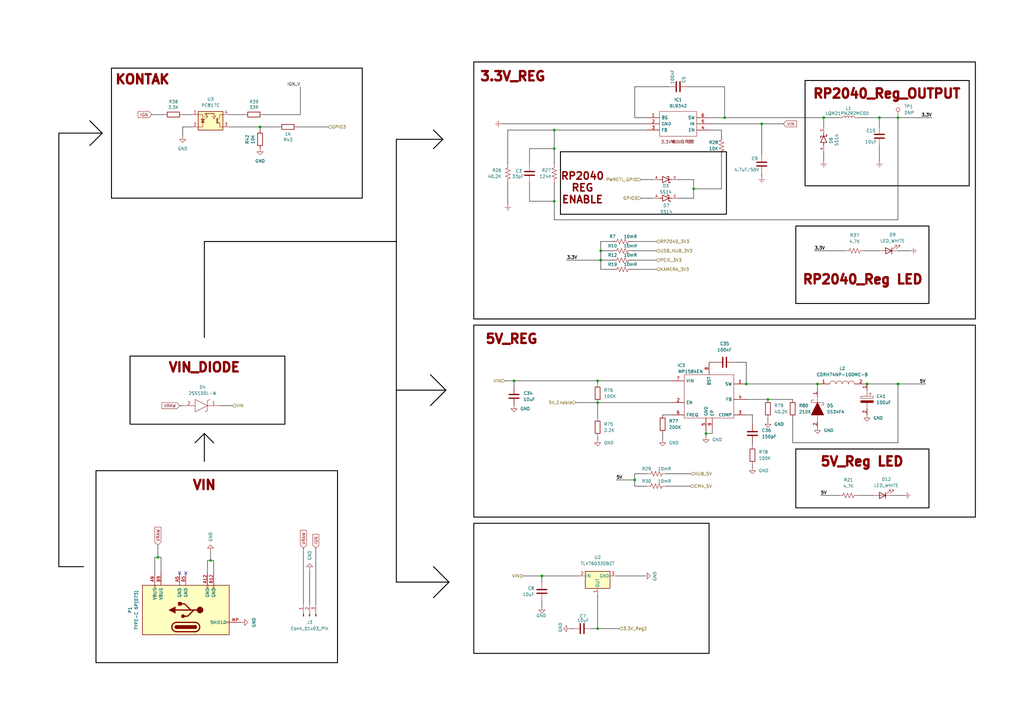
<source format=kicad_sch>
(kicad_sch (version 20231120) (generator "eeschema") (generator_version "8.0")
  (paper "A3")
  (lib_symbols
    (symbol "2SS100LW:2SS100L-W" (pin_names (offset 0.762))
      (property "Reference" "D" (at 10.16 8.89 0))
      (property "Value" "2SS100L-W" (at 10.16 6.35 0))
      (symbol "2SS100L-W_0_0"
        (pin passive line (at 0 0 0) (length 5.08) (name "~") (number "1"))
        (pin passive line (at 15.24 0 180) (length 5.08) (name "~") (number "2"))
      )
    )
    (symbol "CDRH74NP-100MC-B:CDRH74NP-100MC-B" (pin_names (offset 0.762))
      (property "Reference" "L" (at 16.51 6.35 0))
      (property "Value" "CDRH74NP-100MC-B" (at 16.51 3.81 0))
      (symbol "CDRH74NP-100MC-B_0_0"
        (pin passive line (at 0 0 0) (length 5.08) (name "~") (number "1"))
        (pin passive line (at 20.32 0 180) (length 5.08) (name "~") (number "2"))
      )
    )
    (symbol "Connector:Conn_01x03_Pin" (pin_names (offset 1.016) hide)
      (property "Reference" "J" (at 0 5.08 0))
      (property "Value" "Conn_01x03_Pin" (at 0 -5.08 0))
      (symbol "Conn_01x03_Pin_1_1"
        (pin passive line (at 5.08 2.54 180) (length 3.81) (name "Pin_1") (number "1"))
        (pin passive line (at 5.08 0 180) (length 3.81) (name "Pin_2") (number "2"))
        (pin passive line (at 5.08 -2.54 180) (length 3.81) (name "Pin_3") (number "3"))
      )
    )
    (symbol "Connector:TestPoint" (pin_numbers hide) (pin_names (offset 0.762) hide)
      (property "Reference" "TP" (at 0 6.858 0))
      (property "Value" "TestPoint" (at 0 5.08 0))
      (symbol "TestPoint_1_1"
        (pin passive line (at 0 0 90) (length 2.54) (name "1") (number "1"))
      )
    )
    (symbol "Connector:USB_C_Plug_USB2.0" (pin_names (offset 1.016))
      (property "Reference" "P1" (at 0 22.86 0))
      (property "Value" "TYPE-C 6P(073)" (at 0 20.32 0))
      (symbol "USB_C_Plug_USB2.0_1_1"
        (pin passive line (at 15.24 -8.89 180) (length 5.08) (name "GND") (number "A12"))
        (pin passive line (at 15.24 2.54 180) (length 5.08) (name "GND") (number "A5"))
        (pin passive line (at 15.24 12.7 180) (length 5.08) (name "VBUS") (number "A9"))
        (pin passive line (at 15.24 -11.43 180) (length 5.08) (name "GND") (number "B12"))
        (pin passive line (at 15.24 0 180) (length 5.08) (name "GND") (number "B5"))
        (pin passive line (at 15.24 10.16 180) (length 5.08) (name "VBUS") (number "B9"))
        (pin passive line (at -5.08 -22.86 90) (length 5.08) (name "SHIELD") (number "MP"))
      )
    )
    (symbol "Device:C" (pin_numbers hide) (pin_names (offset 0.254))
      (property "Reference" "C" (at 0.635 2.54 0))
      (property "Value" "C" (at 0.635 -2.54 0))
      (symbol "C_1_1"
        (pin passive line (at 0 3.81 270) (length 2.794) (name "~") (number "1"))
        (pin passive line (at 0 -3.81 90) (length 2.794) (name "~") (number "2"))
      )
    )
    (symbol "Device:L" (pin_numbers hide) (pin_names (offset 1.016) hide)
      (property "Reference" "L" (at -1.27 0 90))
      (property "Value" "L" (at 1.905 0 90))
      (symbol "L_1_1"
        (pin passive line (at 0 3.81 270) (length 1.27) (name "1") (number "1"))
        (pin passive line (at 0 -3.81 90) (length 1.27) (name "2") (number "2"))
      )
    )
    (symbol "Device:LED" (pin_numbers hide) (pin_names (offset 1.016) hide)
      (property "Reference" "D" (at 0 2.54 0))
      (property "Value" "LED" (at 0 -2.54 0))
      (symbol "LED_1_1"
        (pin passive line (at -3.81 0 0) (length 2.54) (name "K") (number "1"))
        (pin passive line (at 3.81 0 180) (length 2.54) (name "A") (number "2"))
      )
    )
    (symbol "Device:R" (pin_numbers hide) (pin_names (offset 0))
      (property "Reference" "R" (at 2.032 0 90))
      (property "Value" "R" (at 0 0 90))
      (symbol "R_1_1"
        (pin passive line (at 0 3.81 270) (length 1.27) (name "~") (number "1"))
        (pin passive line (at 0 -3.81 90) (length 1.27) (name "~") (number "2"))
      )
    )
    (symbol "Device:R_US" (pin_numbers hide) (pin_names (offset 0))
      (property "Reference" "R" (at 2.54 0 90))
      (property "Value" "R_US" (at -2.54 0 90))
      (symbol "R_US_1_1"
        (pin passive line (at 0 3.81 270) (length 1.27) (name "~") (number "1"))
        (pin passive line (at 0 -3.81 90) (length 1.27) (name "~") (number "2"))
      )
    )
    (symbol "LM1117-3.3_1" (pin_names (offset 0.254))
      (property "Reference" "U?" (at 0 7.62 0))
      (property "Value" "TLV76033DBZT" (at 0 5.08 0))
      (symbol "LM1117-3.3_1_1_1"
        (pin power_in line (at 0 -7.62 90) (length 2.54) (name "OUT") (number "1"))
        (pin power_out line (at 7.62 0 180) (length 2.54) (name "IN") (number "2"))
        (pin power_in line (at -7.62 0 0) (length 2.54) (name "GND") (number "3"))
      )
    )
    (symbol "MP1584EN_1" (pin_names (offset 0.762))
      (property "Reference" "IC" (at 26.67 7.62 0))
      (property "Value" "MP1584EN" (at 26.67 5.08 0))
      (symbol "MP1584EN_1_0_0"
        (pin passive line (at 30.48 -1.27 180) (length 5.08) (name "SW") (number "1"))
        (pin passive line (at 0 -8.89 0) (length 5.08) (name "EN") (number "2"))
        (pin passive line (at 30.48 -13.97 180) (length 5.08) (name "COMP") (number "3"))
        (pin passive line (at 30.48 -7.62 180) (length 5.08) (name "FB") (number "4"))
        (pin passive line (at 13.97 -20.32 90) (length 5.08) (name "GND") (number "5"))
        (pin passive line (at 0 -13.97 0) (length 5.08) (name "FREQ") (number "6"))
        (pin passive line (at 0 0 0) (length 5.08) (name "VIN") (number "7"))
        (pin passive line (at 15.24 7.62 270) (length 5.08) (name "BST") (number "8"))
        (pin passive line (at 16.51 -20.32 90) (length 5.08) (name "EP") (number "9"))
      )
    )
    (symbol "SS14:SS14" (pin_names (offset 1.016))
      (property "Reference" "D" (at -5.08 2.54 0))
      (property "Value" "SS14" (at -5.08 -3.81 0))
      (symbol "SS14_0_0"
        (pin passive line (at -5.08 0 0) (length 2.54) (name "~") (number "A"))
        (pin passive line (at 5.08 0 180) (length 2.54) (name "~") (number "C"))
      )
    )
    (symbol "SS34FA:SS34FA" (pin_names (offset 0.762))
      (property "Reference" "D" (at 12.7 8.89 0))
      (property "Value" "SS34FA" (at 12.7 6.35 0))
      (symbol "SS34FA_0_0"
        (pin passive line (at 2.54 0 0) (length 2.54) (name "~") (number "1"))
        (pin passive line (at 17.78 0 180) (length 2.54) (name "~") (number "2"))
      )
    )
    (symbol "SY8113B_2" (pin_names (offset 0.762))
      (property "Reference" "IC5" (at 12.7 7.366 0))
      (property "Value" "SY8113B" (at 12.7 4.826 0))
      (symbol "SY8113B_2_0_0"
        (pin passive line (at 0 0 0) (length 5.08) (name "BS") (number "1"))
        (pin passive line (at 0 -2.54 0) (length 5.08) (name "GND") (number "2"))
        (pin passive line (at 0 -5.08 0) (length 5.08) (name "FB") (number "3"))
        (pin passive line (at 25.4 -5.08 180) (length 5.08) (name "EN") (number "4"))
        (pin passive line (at 25.4 -2.54 180) (length 5.08) (name "IN") (number "5"))
      )
      (symbol "SY8113B_2_1_0"
        (pin passive line (at 25.4 0 180) (length 5.08) (name "SW") (number "6"))
      )
    )
    (symbol "Sensor_Proximity:SFH9201" (pin_names (offset 0.0254) hide)
      (property "Reference" "U?" (at 0 8.89 0))
      (property "Value" "SFH9201" (at 0 6.35 0))
      (symbol "SFH9201_1_1"
        (pin passive line (at -7.62 2.54 0) (length 2.54) (name "A") (number "1"))
        (pin passive line (at -7.62 -2.54 0) (length 2.54) (name "K") (number "2"))
        (pin open_emitter line (at 7.62 -2.54 180) (length 2.54) (name "E") (number "3"))
        (pin open_collector line (at 7.62 2.54 180) (length 2.54) (name "C") (number "4"))
      )
    )
    (symbol "UWR1A101MCL1GB:UWR1A101MCL1GB" (pin_names (offset 0.762))
      (property "Reference" "C" (at 8.89 6.35 0))
      (property "Value" "UWR1A101MCL1GB" (at 8.89 3.81 0))
      (symbol "UWR1A101MCL1GB_0_0"
        (pin passive line (at 0 0 0) (length 2.54) (name "~") (number "1"))
        (pin passive line (at 12.7 0 180) (length 2.54) (name "~") (number "2"))
      )
    )
    (symbol "power:Earth" (power) (pin_names (offset 0))
      (symbol "Earth_1_1"
        (pin power_in line (at 0 0 270) (length 0) hide (name "Earth") (number "1"))
      )
    )
    (symbol "power:GND" (power) (pin_names (offset 0))
      (property "Value" "GND" (at 0 -3.81 0))
      (symbol "GND_1_1"
        (pin power_in line (at 0 0 270) (length 0) hide (name "GND") (number "1"))
      )
    )
  )
  (junction (at 306.07 157.48))
  (junction (at 335.28 157.48))
  (junction (at 312.42 50.8))
  (junction (at 245.11 257.81))
  (junction (at 227.33 53.34))
  (junction (at 246.38 106.68))
  (junction (at 355.6 157.48))
  (junction (at 284.48 77.47))
  (junction (at 64.77 228.6))
  (junction (at 368.3 48.26))
  (junction (at 222.25 236.22))
  (junction (at 86.36 229.87))
  (junction (at 245.11 165.1))
  (junction (at 245.11 156.21))
  (junction (at 106.68 52.07))
  (junction (at 297.18 48.26))
  (junction (at 360.68 48.26))
  (junction (at 246.38 102.87))
  (junction (at 260.35 196.85))
  (junction (at 289.56 177.8))
  (junction (at 368.3 157.48))
  (junction (at 337.82 48.26))
  (junction (at 227.33 82.55))
  (junction (at 210.82 156.21))
  (junction (at 227.33 60.96))
  (junction (at 314.96 163.83))
  (no_connect (at 76.2 234.95))
  (no_connect (at 73.66 234.95))
  (polyline (pts (xy 24.13 232.41) (xy 34.29 232.41)) (stroke (width 0.381) (color 0 0 0 1)))
  (wire (pts (xy 290.83 50.8) (xy 312.42 50.8)) (stroke (width 0.1778) (color 0 0 0 1)))
  (wire (pts (xy 129.54 224.79) (xy 129.54 247.65)) (stroke (width 0.1778) (color 0 0 0 1)))
  (wire (pts (xy 312.42 50.8) (xy 312.42 63.5)) (stroke (width 0.1778) (color 0 0 0 1)))
  (wire (pts (xy 86.36 226.06) (xy 86.36 229.87)) (stroke (width 0.1778) (color 0 0 0 1)))
  (polyline (pts (xy 162.56 160.02) (xy 162.56 238.76)) (stroke (width 0.381) (color 0 0 0 1)))
  (wire (pts (xy 64.77 228.6) (xy 64.77 223.52)) (stroke (width 0.1778) (color 0 0 0 1)))
  (wire (pts (xy 245.11 156.21) (xy 275.59 156.21)) (stroke (width 0.1778) (color 0 0 0 1)))
  (wire (pts (xy 234.95 257.81) (xy 233.68 257.81)) (stroke (width 0.1778) (color 0 0 0 1)))
  (wire (pts (xy 127 233.68) (xy 127 247.65)) (stroke (width 0.1778) (color 0 0 0 1)))
  (wire (pts (xy 227.33 53.34) (xy 265.43 53.34)) (stroke (width 0.1778) (color 0 0 0 1)))
  (wire (pts (xy 264.16 236.22) (xy 252.73 236.22)) (stroke (width 0.1778) (color 0 0 0 1)))
  (wire (pts (xy 245.11 180.34) (xy 245.11 179.07)) (stroke (width 0.1778) (color 0 0 0 1)))
  (wire (pts (xy 85.09 229.87) (xy 86.36 229.87)) (stroke (width 0.1778) (color 0 0 0 1)))
  (wire (pts (xy 290.83 148.59) (xy 293.37 148.59)) (stroke (width 0.1778) (color 0 0 0 1)))
  (wire (pts (xy 306.07 163.83) (xy 314.96 163.83)) (stroke (width 0.1778) (color 0 0 0 1)))
  (wire (pts (xy 123.19 35.56) (xy 123.19 46.99)) (stroke (width 0.1778) (color 0 0 0 1)))
  (wire (pts (xy 252.73 196.85) (xy 260.35 196.85)) (stroke (width 0.1778) (color 0 0 0 1)))
  (polyline (pts (xy 83.82 177.8) (xy 87.63 181.61)) (stroke (width 0.381) (color 0 0 0 1)))
  (polyline (pts (xy 162.56 57.15) (xy 181.61 57.15)) (stroke (width 0.381) (color 0 0 0 1)))
  (wire (pts (xy 246.38 102.87) (xy 246.38 99.06)) (stroke (width 0.1778) (color 0 0 0 1)))
  (wire (pts (xy 297.18 35.56) (xy 297.18 48.26)) (stroke (width 0.1778) (color 0 0 0 1)))
  (wire (pts (xy 236.22 165.1) (xy 245.11 165.1)) (stroke (width 0.1778) (color 0 0 0 1)))
  (wire (pts (xy 259.08 99.06) (xy 269.24 99.06)) (stroke (width 0.1778) (color 0 0 0 1)))
  (polyline (pts (xy 177.8 53.34) (xy 181.61 57.15)) (stroke (width 0.381) (color 0 0 0 1)))
  (wire (pts (xy 95.25 166.37) (xy 90.17 166.37)) (stroke (width 0.1778) (color 0 0 0 1)))
  (wire (pts (xy 354.33 102.87) (xy 360.68 102.87)) (stroke (width 0.1778) (color 0 0 0 1)))
  (wire (pts (xy 227.33 82.55) (xy 227.33 90.17)) (stroke (width 0.1778) (color 0 0 0 1)))
  (wire (pts (xy 295.91 53.34) (xy 295.91 55.88)) (stroke (width 0.1778) (color 0 0 0 1)))
  (wire (pts (xy 368.3 48.26) (xy 382.27 48.26)) (stroke (width 0.1778) (color 0 0 0 1)))
  (wire (pts (xy 93.98 46.99) (xy 100.33 46.99)) (stroke (width 0.1778) (color 0 0 0 1)))
  (wire (pts (xy 260.35 194.31) (xy 265.43 194.31)) (stroke (width 0.1778) (color 0 0 0 1)))
  (wire (pts (xy 208.28 53.34) (xy 227.33 53.34)) (stroke (width 0.1778) (color 0 0 0 1)))
  (wire (pts (xy 312.42 71.12) (xy 312.42 72.39)) (stroke (width 0.1778) (color 0 0 0 1)))
  (wire (pts (xy 271.78 180.34) (xy 271.78 177.8)) (stroke (width 0.1778) (color 0 0 0 1)))
  (wire (pts (xy 227.33 60.96) (xy 227.33 67.31)) (stroke (width 0.1778) (color 0 0 0 1)))
  (wire (pts (xy 227.33 90.17) (xy 368.3 90.17)) (stroke (width 0.1778) (color 0 0 0 1)))
  (wire (pts (xy 334.01 102.87) (xy 346.71 102.87)) (stroke (width 0.1778) (color 0 0 0 1)))
  (wire (pts (xy 290.83 48.26) (xy 297.18 48.26)) (stroke (width 0.1778) (color 0 0 0 1)))
  (wire (pts (xy 284.48 77.47) (xy 284.48 81.28)) (stroke (width 0.1778) (color 0 0 0 1)))
  (wire (pts (xy 289.56 177.8) (xy 289.56 176.53)) (stroke (width 0.1778) (color 0 0 0 1)))
  (wire (pts (xy 325.12 181.61) (xy 368.3 181.61)) (stroke (width 0.1778) (color 0 0 0 1)))
  (wire (pts (xy 222.25 248.92) (xy 222.25 246.38)) (stroke (width 0.1778) (color 0 0 0 1)))
  (wire (pts (xy 351.79 48.26) (xy 360.68 48.26)) (stroke (width 0.1778) (color 0 0 0 1)))
  (polyline (pts (xy 24.13 54.61) (xy 41.91 54.61)) (stroke (width 0.381) (color 0 0 0 1)))
  (wire (pts (xy 267.97 81.28) (xy 262.89 81.28)) (stroke (width 0.1778) (color 0 0 0 1)))
  (wire (pts (xy 123.19 46.99) (xy 107.95 46.99)) (stroke (width 0.1778) (color 0 0 0 1)))
  (wire (pts (xy 283.21 199.39) (xy 273.05 199.39)) (stroke (width 0.1778) (color 0 0 0 1)))
  (polyline (pts (xy 176.53 153.67) (xy 182.88 160.02)) (stroke (width 0.381) (color 0 0 0 1)))
  (polyline (pts (xy 83.82 99.06) (xy 162.56 99.06)) (stroke (width 0.381) (color 0 0 0 1)))
  (wire (pts (xy 269.24 110.49) (xy 259.08 110.49)) (stroke (width 0.1778) (color 0 0 0 1)))
  (wire (pts (xy 308.61 170.18) (xy 308.61 173.99)) (stroke (width 0.1778) (color 0 0 0 1)))
  (wire (pts (xy 66.04 234.95) (xy 66.04 228.6)) (stroke (width 0.1778) (color 0 0 0 1)))
  (wire (pts (xy 284.48 73.66) (xy 278.13 73.66)) (stroke (width 0.1778) (color 0 0 0 1)))
  (wire (pts (xy 106.68 52.07) (xy 106.68 53.34)) (stroke (width 0.1778) (color 0 0 0 1)))
  (wire (pts (xy 295.91 63.5) (xy 295.91 77.47)) (stroke (width 0.1778) (color 0 0 0 1)))
  (wire (pts (xy 246.38 102.87) (xy 251.46 102.87)) (stroke (width 0.1778) (color 0 0 0 1)))
  (polyline (pts (xy 83.82 177.8) (xy 83.82 189.23)) (stroke (width 0.381) (color 0 0 0 1)))
  (wire (pts (xy 368.3 102.87) (xy 373.38 102.87)) (stroke (width 0.1778) (color 0 0 0 1)))
  (wire (pts (xy 222.25 238.76) (xy 222.25 236.22)) (stroke (width 0.1778) (color 0 0 0 1)))
  (wire (pts (xy 245.11 165.1) (xy 275.59 165.1)) (stroke (width 0.1778) (color 0 0 0 1)))
  (wire (pts (xy 335.28 160.02) (xy 335.28 157.48)) (stroke (width 0.1778) (color 0 0 0 1)))
  (wire (pts (xy 73.66 166.37) (xy 74.93 166.37)) (stroke (width 0.1778) (color 0 0 0 1)))
  (wire (pts (xy 242.57 257.81) (xy 245.11 257.81)) (stroke (width 0.1778) (color 0 0 0 1)))
  (wire (pts (xy 281.94 35.56) (xy 297.18 35.56)) (stroke (width 0.1778) (color 0 0 0 1)))
  (wire (pts (xy 245.11 157.48) (xy 245.11 156.21)) (stroke (width 0.1778) (color 0 0 0 1)))
  (wire (pts (xy 64.77 228.6) (xy 66.04 228.6)) (stroke (width 0.1778) (color 0 0 0 1)))
  (polyline (pts (xy 177.8 245.11) (xy 184.15 238.76)) (stroke (width 0.381) (color 0 0 0 1)))
  (wire (pts (xy 246.38 106.68) (xy 246.38 110.49)) (stroke (width 0.1778) (color 0 0 0 1)))
  (polyline (pts (xy 36.83 59.69) (xy 41.91 54.61)) (stroke (width 0.381) (color 0 0 0 1)))
  (wire (pts (xy 306.07 148.59) (xy 306.07 157.48)) (stroke (width 0.1778) (color 0 0 0 1)))
  (wire (pts (xy 245.11 165.1) (xy 245.11 171.45)) (stroke (width 0.1778) (color 0 0 0 1)))
  (wire (pts (xy 284.48 81.28) (xy 278.13 81.28)) (stroke (width 0.1778) (color 0 0 0 1)))
  (wire (pts (xy 227.33 53.34) (xy 227.33 60.96)) (stroke (width 0.1778) (color 0 0 0 1)))
  (wire (pts (xy 267.97 73.66) (xy 262.89 73.66)) (stroke (width 0.1778) (color 0 0 0 1)))
  (wire (pts (xy 355.6 157.48) (xy 368.3 157.48)) (stroke (width 0.1778) (color 0 0 0 1)))
  (wire (pts (xy 217.17 60.96) (xy 217.17 67.31)) (stroke (width 0.1778) (color 0 0 0 1)))
  (wire (pts (xy 379.73 157.48) (xy 368.3 157.48)) (stroke (width 0.1778) (color 0 0 0 1)))
  (wire (pts (xy 306.07 170.18) (xy 308.61 170.18)) (stroke (width 0.1778) (color 0 0 0 1)))
  (wire (pts (xy 210.82 156.21) (xy 245.11 156.21)) (stroke (width 0.1778) (color 0 0 0 1)))
  (wire (pts (xy 134.62 52.07) (xy 121.92 52.07)) (stroke (width 0.1778) (color 0 0 0 1)))
  (wire (pts (xy 351.79 203.2) (xy 358.14 203.2)) (stroke (width 0.1778) (color 0 0 0 1)))
  (wire (pts (xy 74.93 46.99) (xy 78.74 46.99)) (stroke (width 0.1778) (color 0 0 0 1)))
  (wire (pts (xy 308.61 191.77) (xy 308.61 190.5)) (stroke (width 0.1778) (color 0 0 0 1)))
  (wire (pts (xy 246.38 102.87) (xy 246.38 106.68)) (stroke (width 0.1778) (color 0 0 0 1)))
  (wire (pts (xy 85.09 234.95) (xy 85.09 229.87)) (stroke (width 0.1778) (color 0 0 0 1)))
  (wire (pts (xy 260.35 196.85) (xy 260.35 199.39)) (stroke (width 0.1778) (color 0 0 0 1)))
  (wire (pts (xy 124.46 224.79) (xy 124.46 247.65)) (stroke (width 0.1778) (color 0 0 0 1)))
  (wire (pts (xy 260.35 35.56) (xy 260.35 48.26)) (stroke (width 0.1778) (color 0 0 0 1)))
  (wire (pts (xy 86.36 229.87) (xy 87.63 229.87)) (stroke (width 0.1778) (color 0 0 0 1)))
  (wire (pts (xy 237.49 236.22) (xy 222.25 236.22)) (stroke (width 0.1778) (color 0 0 0 1)))
  (wire (pts (xy 205.74 50.8) (xy 265.43 50.8)) (stroke (width 0.1778) (color 0 0 0 1)))
  (wire (pts (xy 246.38 99.06) (xy 251.46 99.06)) (stroke (width 0.1778) (color 0 0 0 1)))
  (wire (pts (xy 292.1 176.53) (xy 292.1 177.8)) (stroke (width 0.1778) (color 0 0 0 1)))
  (wire (pts (xy 292.1 177.8) (xy 289.56 177.8)) (stroke (width 0.1778) (color 0 0 0 1)))
  (wire (pts (xy 306.07 157.48) (xy 335.28 157.48)) (stroke (width 0.1778) (color 0 0 0 1)))
  (wire (pts (xy 337.82 52.07) (xy 337.82 48.26)) (stroke (width 0.1778) (color 0 0 0 1)))
  (polyline (pts (xy 36.83 49.53) (xy 41.91 54.61)) (stroke (width 0.381) (color 0 0 0 1)))
  (wire (pts (xy 214.63 236.22) (xy 222.25 236.22)) (stroke (width 0.1778) (color 0 0 0 1)))
  (wire (pts (xy 297.18 48.26) (xy 337.82 48.26)) (stroke (width 0.1778) (color 0 0 0 1)))
  (wire (pts (xy 260.35 48.26) (xy 265.43 48.26)) (stroke (width 0.1778) (color 0 0 0 1)))
  (polyline (pts (xy 162.56 238.76) (xy 184.15 238.76)) (stroke (width 0.381) (color 0 0 0 1)))
  (wire (pts (xy 336.55 203.2) (xy 344.17 203.2)) (stroke (width 0.1778) (color 0 0 0 1)))
  (wire (pts (xy 254 257.81) (xy 245.11 257.81)) (stroke (width 0.1778) (color 0 0 0 1)))
  (wire (pts (xy 63.5 234.95) (xy 63.5 228.6)) (stroke (width 0.1778) (color 0 0 0 1)))
  (wire (pts (xy 87.63 234.95) (xy 87.63 229.87)) (stroke (width 0.1778) (color 0 0 0 1)))
  (wire (pts (xy 227.33 74.93) (xy 227.33 82.55)) (stroke (width 0.1778) (color 0 0 0 1)))
  (wire (pts (xy 63.5 228.6) (xy 64.77 228.6)) (stroke (width 0.1778) (color 0 0 0 1)))
  (polyline (pts (xy 176.53 166.37) (xy 182.88 160.02)) (stroke (width 0.381) (color 0 0 0 1)))
  (polyline (pts (xy 24.13 54.61) (xy 24.13 232.41)) (stroke (width 0.381) (color 0 0 0 1)))
  (wire (pts (xy 210.82 158.75) (xy 210.82 156.21)) (stroke (width 0.1778) (color 0 0 0 1)))
  (wire (pts (xy 106.68 52.07) (xy 93.98 52.07)) (stroke (width 0.1778) (color 0 0 0 1)))
  (wire (pts (xy 259.08 106.68) (xy 269.24 106.68)) (stroke (width 0.1778) (color 0 0 0 1)))
  (wire (pts (xy 368.3 48.26) (xy 368.3 90.17)) (stroke (width 0.1778) (color 0 0 0 1)))
  (polyline (pts (xy 177.8 60.96) (xy 181.61 57.15)) (stroke (width 0.381) (color 0 0 0 1)))
  (wire (pts (xy 360.68 66.04) (xy 360.68 59.69)) (stroke (width 0.1778) (color 0 0 0 1)))
  (wire (pts (xy 365.76 203.2) (xy 370.84 203.2)) (stroke (width 0.1778) (color 0 0 0 1)))
  (wire (pts (xy 284.48 77.47) (xy 284.48 73.66)) (stroke (width 0.1778) (color 0 0 0 1)))
  (polyline (pts (xy 83.82 99.06) (xy 83.82 111.76)) (stroke (width 0.381) (color 0 0 0 1)))
  (wire (pts (xy 289.56 179.07) (xy 289.56 177.8)) (stroke (width 0.1778) (color 0 0 0 1)))
  (wire (pts (xy 325.12 171.45) (xy 325.12 181.61)) (stroke (width 0.1778) (color 0 0 0 1)))
  (wire (pts (xy 74.93 52.07) (xy 74.93 55.88)) (stroke (width 0.1778) (color 0 0 0 1)))
  (wire (pts (xy 265.43 199.39) (xy 260.35 199.39)) (stroke (width 0.1778) (color 0 0 0 1)))
  (wire (pts (xy 78.74 52.07) (xy 74.93 52.07)) (stroke (width 0.1778) (color 0 0 0 1)))
  (polyline (pts (xy 162.56 99.06) (xy 162.56 160.02)) (stroke (width 0.381) (color 0 0 0 1)))
  (wire (pts (xy 217.17 60.96) (xy 227.33 60.96)) (stroke (width 0.1778) (color 0 0 0 1)))
  (polyline (pts (xy 177.8 232.41) (xy 184.15 238.76)) (stroke (width 0.381) (color 0 0 0 1)))
  (wire (pts (xy 337.82 48.26) (xy 344.17 48.26)) (stroke (width 0.1778) (color 0 0 0 1)))
  (wire (pts (xy 246.38 106.68) (xy 251.46 106.68)) (stroke (width 0.1778) (color 0 0 0 1)))
  (polyline (pts (xy 80.01 181.61) (xy 83.82 177.8)) (stroke (width 0.381) (color 0 0 0 1)))
  (wire (pts (xy 273.05 194.31) (xy 283.21 194.31)) (stroke (width 0.1778) (color 0 0 0 1)))
  (wire (pts (xy 260.35 194.31) (xy 260.35 196.85)) (stroke (width 0.1778) (color 0 0 0 1)))
  (wire (pts (xy 208.28 53.34) (xy 208.28 67.31)) (stroke (width 0.1778) (color 0 0 0 1)))
  (wire (pts (xy 284.48 77.47) (xy 295.91 77.47)) (stroke (width 0.1778) (color 0 0 0 1)))
  (polyline (pts (xy 162.56 160.02) (xy 182.88 160.02)) (stroke (width 0.381) (color 0 0 0 1)))
  (wire (pts (xy 245.11 243.84) (xy 245.11 257.81)) (stroke (width 0.1778) (color 0 0 0 1)))
  (wire (pts (xy 114.3 52.07) (xy 106.68 52.07)) (stroke (width 0.1778) (color 0 0 0 1)))
  (wire (pts (xy 337.82 62.23) (xy 337.82 66.04)) (stroke (width 0.1778) (color 0 0 0 1)))
  (wire (pts (xy 217.17 82.55) (xy 227.33 82.55)) (stroke (width 0.1778) (color 0 0 0 1)))
  (wire (pts (xy 251.46 110.49) (xy 246.38 110.49)) (stroke (width 0.1778) (color 0 0 0 1)))
  (wire (pts (xy 360.68 48.26) (xy 368.3 48.26)) (stroke (width 0.1778) (color 0 0 0 1)))
  (wire (pts (xy 360.68 48.26) (xy 360.68 52.07)) (stroke (width 0.1778) (color 0 0 0 1)))
  (wire (pts (xy 368.3 181.61) (xy 368.3 157.48)) (stroke (width 0.1778) (color 0 0 0 1)))
  (wire (pts (xy 300.99 148.59) (xy 306.07 148.59)) (stroke (width 0.1778) (color 0 0 0 1)))
  (wire (pts (xy 271.78 170.18) (xy 275.59 170.18)) (stroke (width 0.1778) (color 0 0 0 1)))
  (wire (pts (xy 314.96 172.72) (xy 314.96 171.45)) (stroke (width 0.1778) (color 0 0 0 1)))
  (polyline (pts (xy 83.82 111.76) (xy 83.82 138.43)) (stroke (width 0.381) (color 0 0 0 1)))
  (wire (pts (xy 259.08 102.87) (xy 269.24 102.87)) (stroke (width 0.1778) (color 0 0 0 1)))
  (wire (pts (xy 312.42 50.8) (xy 321.31 50.8)) (stroke (width 0.1778) (color 0 0 0 1)))
  (wire (pts (xy 232.41 106.68) (xy 246.38 106.68)) (stroke (width 0.1778) (color 0 0 0 1)))
  (wire (pts (xy 207.01 156.21) (xy 210.82 156.21)) (stroke (width 0.1778) (color 0 0 0 1)))
  (polyline (pts (xy 162.56 57.15) (xy 162.56 99.06)) (stroke (width 0.381) (color 0 0 0 1)))
  (wire (pts (xy 314.96 163.83) (xy 325.12 163.83)) (stroke (width 0.1778) (color 0 0 0 1)))
  (wire (pts (xy 208.28 74.93) (xy 208.28 83.82)) (stroke (width 0.1778) (color 0 0 0 1)))
  (wire (pts (xy 260.35 35.56) (xy 274.32 35.56)) (stroke (width 0.1778) (color 0 0 0 1)))
  (wire (pts (xy 217.17 74.93) (xy 217.17 82.55)) (stroke (width 0.1778) (color 0 0 0 1)))
  (wire (pts (xy 62.23 46.99) (xy 67.31 46.99)) (stroke (width 0.1778) (color 0 0 0 1)))
  (wire (pts (xy 290.83 53.34) (xy 295.91 53.34)) (stroke (width 0.1778) (color 0 0 0 1)))
  (wire (pts (xy 308.61 182.88) (xy 308.61 181.61)) (stroke (width 0.1778) (color 0 0 0 1)))
  (rectangle (start 229.87 62.23) (end 297.942 87.884) (stroke (width 0.381) (color 0 0 0 1)))
  (rectangle (start 53.34 146.05) (end 116.84 173.99) (stroke (width 0.381) (color 0 0 0 1)))
  (rectangle (start 326.39 92.71) (end 381 124.46) (stroke (width 0.381) (color 0 0 0 1)))
  (rectangle (start 45.72 27.94) (end 148.59 81.28) (stroke (width 0.381) (color 0 0 0 1)))
  (rectangle (start 194.31 214.63) (end 290.83 267.97) (stroke (width 0.381) (color 0 0 0 1)))
  (rectangle (start 194.31 25.4) (end 400.05 130.81) (stroke (width 0.381) (color 0 0 0 1)))
  (rectangle (start 326.39 184.15) (end 381 208.28) (stroke (width 0.381) (color 0 0 0 1)))
  (rectangle (start 330.2 33.02) (end 397.51 76.2) (stroke (width 0.381) (color 0 0 0 1)))
  (rectangle (start 194.31 133.35) (end 400.05 212.09) (stroke (width 0.381) (color 0 0 0 1)))
  (rectangle (start 39.37 193.04) (end 138.43 271.78) (stroke (width 0.381) (color 0 0 0 1)))
  (text "5V_REG" (at 209.804 139.192 0) (effects (font (size 3.81 3.81) (thickness 1.016) (bold yes))))
  (text "RP2040_Reg_OUTPUT\n" (at 363.728 38.608 0) (effects (font (size 3.81 3.81) (thickness 1.016) (bold yes))))
  (text "RP2040_Reg LED\n" (at 353.822 114.808 0) (effects (font (size 3.81 3.81) (thickness 1.016) (bold yes))))
  (text "5V_Reg LED\n" (at 353.568 189.484 0) (effects (font (size 3.81 3.81) (thickness 1.016) (bold yes))))
  (text "VIN_DIODE\n" (at 83.82 150.876 0) (effects (font (size 3.81 3.81) (thickness 1.016) (bold yes))))
  (text " RP2040\n REG\n ENABLE" (at 237.744 77.216 0) (effects (font (size 3 3) (thickness 0.6) (bold yes))))
  (text "VIN" (at 83.82 199.136 0) (effects (font (size 3.81 3.81) (thickness 1.016) (bold yes))))
  (text "3.3V_REG\n" (at 210.312 31.496 0) (effects (font (size 3.81 3.81) (thickness 1.016) (bold yes))))
  (text "3.3V输出应用图" (at 277.876 58.42 0) (effects (font (size 1.27 1.27))))
  (text "KONTAK" (at 58.42 32.766 0) (effects (font (size 3.81 3.81) (thickness 1.016) (bold yes))))
  (label "3.3V" (at 382.27 48.26 180) (effects (font (bold yes))))
  (label "3.3V" (at 334.01 102.87 0) (effects (font (bold yes))))
  (label "IGN_V" (at 123.19 35.56 180))
  (label "5V" (at 252.73 196.85 0) (effects (font (bold yes))))
  (label "5V" (at 336.55 203.2 0) (effects (font (bold yes))))
  (label "5V" (at 379.73 157.48 180) (effects (font (bold yes))))
  (label "3.3V" (at 232.41 106.68 0) (effects (font (bold yes))))
  (global_label "VIN" (shape input) (at 321.31 50.8 0) (property "Intersheetrefs" "${INTERSHEET_REFS}" (effects (hide yes))))
  (global_label "VRAW" (shape input) (at 64.77 223.52 90) (property "Intersheetrefs" "${INTERSHEET_REFS}" (effects (hide yes))))
  (global_label "IGN" (shape input) (at 129.54 224.79 90) (property "Intersheetrefs" "${INTERSHEET_REFS}" (effects (hide yes))))
  (global_label "IGN" (shape input) (at 62.23 46.99 180) (property "Intersheetrefs" "${INTERSHEET_REFS}" (effects (hide yes))))
  (global_label "VRAW" (shape input) (at 124.46 224.79 90) (property "Intersheetrefs" "${INTERSHEET_REFS}" (effects (hide yes))))
  (global_label "VRAW" (shape input) (at 73.66 166.37 180) (property "Intersheetrefs" "${INTERSHEET_REFS}" (effects (hide yes))))
  (hierarchical_label "VIN" (shape input) (at 214.63 236.22 180))
  (hierarchical_label "CM4_5V" (shape input) (at 283.21 199.39 0))
  (hierarchical_label "PCIE_3V3" (shape input) (at 269.24 106.68 0))
  (hierarchical_label "GPIO3" (shape input) (at 262.89 81.28 180))
  (hierarchical_label "GPIO3" (shape input) (at 134.62 52.07 0))
  (hierarchical_label "VIN" (shape input) (at 95.25 166.37 0))
  (hierarchical_label "KAMERA_3V3" (shape input) (at 269.24 110.49 0))
  (hierarchical_label "RP2040_3V3" (shape input) (at 269.24 99.06 0))
  (hierarchical_label "3.3V_Reg2" (shape input) (at 254 257.81 0))
  (hierarchical_label "5V_Enable" (shape input) (at 236.22 165.1 180))
  (hierarchical_label "VIN" (shape input) (at 207.01 156.21 180))
  (hierarchical_label "USB_HUB_3V3" (shape input) (at 269.24 102.87 0))
  (hierarchical_label "PWRCTL_GPIO" (shape input) (at 262.89 73.66 180))
  (hierarchical_label "HUB_5V" (shape input) (at 283.21 194.31 0))
  (symbol (lib_name "SY8113B_2") (lib_id "SY8113B:SY8113B") (at 265.43 48.26 0) (unit 1)
    (property "Reference" "IC1" (at 278.13 40.894 0))
    (property "Value" "BL9342" (at 278.13 43.434 0))
    (property "Footprint" "Package_TO_SOT_SMD:SOT-23-6" (effects (hide yes)))
    (property "MPN" "BL9342" (effects (hide yes)))
  )
  (symbol (lib_id "power:GND") (at 264.16 236.22 90) (mirror x) (unit 1)
    (property "Reference" "#PWR0125" (effects (hide yes)))
    (property "Value" "GND" (at 268.5542 236.347 0))
  )
  (symbol (lib_id "power:Earth") (at 370.84 203.2 90) (unit 1)
    (property "Reference" "#PWR044" (effects (hide yes)))
    (property "Value" "Earth" (effects (hide yes)))
    (property "Description" "Power symbol creates a global label with name \"Earth\"" (effects (hide yes)))
  )
  (symbol (lib_id "power:GND") (at 74.93 55.88 0) (unit 1)
    (property "Reference" "#PWR033" (effects (hide yes)))
    (property "Value" "GND" (at 74.93 60.96 0))
    (property "Description" "Power symbol creates a global label with name \"GND\" , ground" (effects (hide yes)))
  )
  (symbol (lib_id "Device:R") (at 71.12 46.99 270) (unit 1)
    (property "Reference" "R38" (at 71.12 41.7322 90))
    (property "Value" "3.3K" (at 71.12 44.0436 90))
    (property "Footprint" "Resistor_SMD:R_0603_1608Metric" (effects (hide yes)))
    (property "MPN" "0603WAF3301T5E" (effects (hide yes)))
  )
  (symbol (lib_id "power:GND") (at 99.06 255.27 90) (unit 1)
    (property "Reference" "#PWR016" (effects (hide yes)))
    (property "Value" "GND" (at 104.14 255.27 0))
  )
  (symbol (lib_id "Device:L") (at 347.98 48.26 270) (mirror x) (unit 1)
    (property "Reference" "L1" (at 347.98 44.45 90))
    (property "Value" "LQM21PN2R2MC0D" (at 347.472 46.482 90))
    (property "Footprint" "Inductor_SMD:L_0805_2012Metric" (effects (hide yes)))
    (property "MPN" "LQM21PN2R2MC0D" (effects (hide yes)))
  )
  (symbol (lib_id "Device:LED") (at 361.95 203.2 180) (unit 1)
    (property "Reference" "D12" (at 363.5375 196.596 0))
    (property "Value" "LED_WHITE" (at 363.5375 199.136 0))
    (property "Footprint" "LED_SMD:LED_0603_1608Metric" (effects (hide yes)))
    (property "Description" "Light emitting diode" (effects (hide yes)))
    (property "MPN" "0603 翠绿色 LED" (effects (hide yes)))
  )
  (symbol (lib_id "Device:R") (at 118.11 52.07 90) (unit 1)
    (property "Reference" "R43" (at 118.11 57.3278 90))
    (property "Value" "1K" (at 118.11 55.0164 90))
    (property "Footprint" "Resistor_SMD:R_0603_1608Metric" (effects (hide yes)))
    (property "MPN" "0603WAF1001T5E" (effects (hide yes)))
  )
  (symbol (lib_id "Device:R_US") (at 295.91 59.69 0) (mirror y) (unit 1)
    (property "Reference" "R28" (at 294.64 58.42 0) (effects (justify left)))
    (property "Value" "10K" (at 294.64 60.96 0) (effects (justify left)))
    (property "Footprint" "Resistor_SMD:R_0603_1608Metric" (effects (hide yes)))
    (property "Description" "Resistor, US symbol" (effects (hide yes)))
    (property "MPN" "0603WAF1002T5E" (effects (hide yes)))
  )
  (symbol (lib_id "UWR1A101MCL1GB:UWR1A101MCL1GB") (at 355.6 157.48 270) (unit 1)
    (property "Reference" "C41" (at 359.41 162.56 90) (effects (justify left)))
    (property "Value" "100uF" (at 359.41 165.1 90) (effects (justify left)))
    (property "Footprint" "Footprint Library:CAPAE660X550N" (effects (hide yes)))
    (property "Datasheet" "http://nichicon-us.com/english/products/pdfs/e-uwx.pdf" (effects (hide yes)))
    (property "Description" "Aluminum Electrolytic Capacitors - SMD 100UF      10V" (effects (hide yes)))
    (property "Height" "5.5" (effects (hide yes)))
    (property "Manufacturer_Name" "Nichicon" (effects (hide yes)))
    (property "Manufacturer_Part_Number" "UWR1A101MCL1GB" (effects (hide yes)))
    (property "Mouser Part Number" "647-UWR1A101MCL1GB" (effects (hide yes)))
    (property "Mouser Price/Stock" "https://www.mouser.co.uk/ProductDetail/Nichicon/UWR1A101MCL1GB/?qs=UBiR96IgLrSqLXS34HEodQ%3D%3D" (effects (hide yes)))
    (property "Arrow Part Number" "UWR1A101MCL1GB" (effects (hide yes)))
    (property "Arrow Price/Stock" "https://www.arrow.com/en/products/uwr1a101mcl1gb/nichicon" (effects (hide yes)))
  )
  (symbol (lib_id "Connector:Conn_01x03_Pin") (at 127 252.73 90) (unit 1)
    (property "Reference" "J3" (at 127 255.27 90))
    (property "Value" "Conn_01x03_Pin" (at 127 257.81 90))
    (property "Description" "Generic connector, single row, 01x03, script generated" (effects (hide yes)))
  )
  (symbol (lib_id "Connector:USB_C_Plug_USB2.0") (at 76.2 250.19 90) (unit 1)
    (property "Reference" "P1" (at 53.34 250.19 0))
    (property "Value" "TYPE-C 6P(073)" (at 55.88 250.19 0))
    (property "Footprint" "Footprint Library:TYPE-C 6P(073)" (effects (hide yes)))
    (property "Datasheet" "https://www.usb.org/sites/default/files/documents/usb_type-c.zip" (effects (hide yes)))
    (property "Description" "USB 2.0-only Type-C Plug connector" (effects (hide yes)))
  )
  (symbol (lib_name "MP1584EN_1") (lib_id "MP1584:MP1584EN") (at 275.59 156.21 0) (unit 1)
    (property "Reference" "IC3" (at 279.4 149.86 0))
    (property "Value" "MP1584EN" (at 283.21 152.4 0))
    (property "Footprint" "Footprint Library:MP1584N" (effects (hide yes)))
    (property "Description" "Switching Voltage Regulators 3A 1.5MHz 28V Nonsync Buck" (effects (hide yes)))
    (property "MPN" "MP1584EN" (effects (hide yes)))
  )
  (symbol (lib_id "power:GND") (at 210.82 166.37 0) (unit 1)
    (property "Reference" "#PWR026" (effects (hide yes)))
    (property "Value" "GND" (at 213.36 167.6399 0) (effects (justify left)))
  )
  (symbol (lib_id "power:GND") (at 127 233.68 180) (unit 1)
    (property "Reference" "#PWR062" (effects (hide yes)))
    (property "Value" "GND" (at 126.9999 229.87 90) (effects (justify right)))
  )
  (symbol (lib_id "CDRH74NP-100MC-B:CDRH74NP-100MC-B") (at 335.28 157.48 0) (unit 1)
    (property "Reference" "L2" (at 345.44 151.13 0))
    (property "Value" "CDRH74NP-100MC-B" (at 345.44 153.67 0))
    (property "Footprint" "Footprint Library:CDRH74NP100MCB" (effects (hide yes)))
    (property "Datasheet" "http://products.sumida.com/products/pdf/CDRH74.pdf" (effects (hide yes)))
    (property "Description" "Fixed Inductors 10uH 1.84A" (effects (hide yes)))
    (property "MPN" "CDRH74NP-100MC-B" (effects (hide yes)))
  )
  (symbol (lib_id "power:Earth") (at 208.28 83.82 0) (mirror y) (unit 1)
    (property "Reference" "#PWR019" (effects (hide yes)))
    (property "Value" "Earth" (effects (hide yes)))
    (property "Description" "Power symbol creates a global label with name \"Earth\"" (effects (hide yes)))
  )
  (symbol (lib_id "Device:R_US") (at 255.27 110.49 90) (unit 1)
    (property "Reference" "R19" (at 251.206 108.458 90))
    (property "Value" "10mR" (at 258.572 108.458 90))
    (property "Footprint" "Resistor_SMD:R_1206_3216Metric" (effects (hide yes)))
    (property "Description" "Resistor, US symbol" (effects (hide yes)))
  )
  (symbol (lib_id "Device:R_US") (at 255.27 99.06 90) (unit 1)
    (property "Reference" "R7" (at 251.206 97.028 90))
    (property "Value" "10mR" (at 258.572 97.028 90))
    (property "Footprint" "Resistor_SMD:R_1206_3216Metric" (effects (hide yes)))
    (property "Description" "Resistor, US symbol" (effects (hide yes)))
  )
  (symbol (lib_id "SS14:SS14") (at 337.82 57.15 270) (mirror x) (unit 1)
    (property "Reference" "D8" (at 340.868 57.658 0))
    (property "Value" "SS14" (at 343.154 57.404 0))
    (property "Footprint" "Footprint Library:SS14" (effects (hide yes)))
    (property "MPN" "SS14 SOD-123FL" (effects (hide yes)))
  )
  (symbol (lib_id "Device:R") (at 271.78 173.99 0) (unit 1)
    (property "Reference" "R77" (at 274.32 172.72 0) (effects (justify left)))
    (property "Value" "200K" (at 274.32 175.26 0) (effects (justify left)))
    (property "Footprint" "Resistor_SMD:R_0603_1608Metric" (effects (hide yes)))
  )
  (symbol (lib_id "power:Earth") (at 360.68 66.04 0) (mirror y) (unit 1)
    (property "Reference" "#PWR024" (effects (hide yes)))
    (property "Value" "Earth" (effects (hide yes)))
    (property "Description" "Power symbol creates a global label with name \"Earth\"" (effects (hide yes)))
  )
  (symbol (lib_id "SS14:SS14") (at 273.05 81.28 0) (mirror x) (unit 1)
    (property "Reference" "D7" (at 273.304 84.328 0))
    (property "Value" "SS14" (at 273.304 86.868 0))
    (property "Footprint" "Footprint Library:SS14" (effects (hide yes)))
    (property "MPN" "SS14 SOD-123FL" (effects (hide yes)))
  )
  (symbol (lib_id "Device:R_US") (at 269.24 199.39 90) (unit 1)
    (property "Reference" "R30" (at 265.176 197.358 90))
    (property "Value" "10mR" (at 272.542 197.358 90))
    (property "Footprint" "Resistor_SMD:R_1206_3216Metric" (effects (hide yes)))
    (property "Description" "Resistor, US symbol" (effects (hide yes)))
  )
  (symbol (lib_id "Device:C") (at 312.42 67.31 0) (mirror x) (unit 1)
    (property "Reference" "C9" (at 310.896 65.024 0) (effects (justify right)))
    (property "Value" "4.7uF/50V" (at 311.404 69.596 0) (effects (justify right)))
    (property "Footprint" "Capacitor_SMD:C_0603_1608Metric" (effects (hide yes)))
  )
  (symbol (lib_id "power:GND") (at 245.11 180.34 0) (unit 1)
    (property "Reference" "#PWR027" (effects (hide yes)))
    (property "Value" "GND" (at 247.65 181.6099 0) (effects (justify left)))
  )
  (symbol (lib_id "Device:R_US") (at 255.27 102.87 90) (unit 1)
    (property "Reference" "R10" (at 251.206 100.838 90))
    (property "Value" "10mR" (at 258.572 100.838 90))
    (property "Footprint" "Resistor_SMD:R_1206_3216Metric" (effects (hide yes)))
    (property "Description" "Resistor, US symbol" (effects (hide yes)))
  )
  (symbol (lib_id "power:Earth") (at 205.74 50.8 270) (mirror x) (unit 1)
    (property "Reference" "#PWR018" (effects (hide yes)))
    (property "Value" "Earth" (effects (hide yes)))
    (property "Description" "Power symbol creates a global label with name \"Earth\"" (effects (hide yes)))
  )
  (symbol (lib_id "Device:R") (at 245.11 175.26 0) (unit 1)
    (property "Reference" "R75" (at 247.65 173.99 0) (effects (justify left)))
    (property "Value" "2.2K" (at 247.65 176.53 0) (effects (justify left)))
    (property "Footprint" "Resistor_SMD:R_0603_1608Metric" (effects (hide yes)))
  )
  (symbol (lib_id "power:GND") (at 355.6 170.18 0) (unit 1)
    (property "Reference" "#PWR043" (effects (hide yes)))
    (property "Value" "GND" (at 358.14 171.4499 0) (effects (justify left)))
  )
  (symbol (lib_id "Device:C") (at 360.68 55.88 0) (mirror x) (unit 1)
    (property "Reference" "C10" (at 359.156 53.594 0) (effects (justify right)))
    (property "Value" "10uF" (at 359.664 58.166 0) (effects (justify right)))
    (property "Footprint" "Capacitor_SMD:C_0603_1608Metric" (effects (hide yes)))
    (property "MPN" "CL10A106MO8NQNC" (effects (hide yes)))
  )
  (symbol (lib_id "power:GND") (at 233.68 257.81 270) (mirror x) (unit 1)
    (property "Reference" "#PWR021" (effects (hide yes)))
    (property "Value" "GND" (at 229.87 259.334 0) (effects (justify left)))
  )
  (symbol (lib_id "Connector:TestPoint") (at 368.3 48.26 0) (unit 1)
    (property "Reference" "TP1" (at 370.84 43.6879 0) (effects (justify left)))
    (property "Value" "DNP" (at 370.84 46.2279 0) (effects (justify left)))
    (property "Footprint" "TestPoint:TestPoint_Pad_1.0x1.0mm" (effects (hide yes)))
    (property "Description" "test point" (effects (hide yes)))
  )
  (symbol (lib_id "Device:C") (at 222.25 242.57 0) (mirror x) (unit 1)
    (property "Reference" "C8" (at 219.202 241.3 0) (effects (justify right)))
    (property "Value" "10uF" (at 219.202 243.84 0) (effects (justify right)))
    (property "Footprint" "Capacitor_SMD:C_0603_1608Metric" (effects (hide yes)))
  )
  (symbol (lib_id "power:GND") (at 335.28 175.26 0) (unit 1)
    (property "Reference" "#PWR032" (effects (hide yes)))
    (property "Value" "GND" (at 337.82 176.5299 0) (effects (justify left)))
  )
  (symbol (lib_id "Device:R_US") (at 347.98 203.2 90) (unit 1)
    (property "Reference" "R21" (at 347.98 196.85 90))
    (property "Value" "4.7K" (at 347.98 199.39 90))
    (property "Footprint" "Resistor_SMD:R_0603_1608Metric" (effects (hide yes)))
    (property "Description" "Resistor, US symbol" (effects (hide yes)))
    (property "MPN" "0603WAF4701T5E" (effects (hide yes)))
  )
  (symbol (lib_id "Device:R") (at 325.12 167.64 0) (unit 1)
    (property "Reference" "R80" (at 327.66 166.37 0) (effects (justify left)))
    (property "Value" "210K" (at 327.66 168.91 0) (effects (justify left)))
    (property "Footprint" "Resistor_SMD:R_0603_1608Metric" (effects (hide yes)))
  )
  (symbol (lib_id "Device:LED") (at 364.49 102.87 180) (unit 1)
    (property "Reference" "D9" (at 366.0775 96.266 0))
    (property "Value" "LED_WHITE" (at 366.0775 98.806 0))
    (property "Footprint" "LED_SMD:LED_0603_1608Metric" (effects (hide yes)))
    (property "Description" "Light emitting diode" (effects (hide yes)))
    (property "MPN" "0603 翠绿色 LED" (effects (hide yes)))
  )
  (symbol (lib_id "Device:C") (at 238.76 257.81 90) (mirror x) (unit 1)
    (property "Reference" "C7" (at 237.744 252.73 90) (effects (justify right)))
    (property "Value" "10uF" (at 236.728 254.508 90) (effects (justify right)))
    (property "Footprint" "Capacitor_SMD:C_0603_1608Metric" (effects (hide yes)))
  )
  (symbol (lib_id "power:Earth") (at 312.42 72.39 0) (mirror y) (unit 1)
    (property "Reference" "#PWR020" (effects (hide yes)))
    (property "Value" "Earth" (effects (hide yes)))
    (property "Description" "Power symbol creates a global label with name \"Earth\"" (effects (hide yes)))
  )
  (symbol (lib_id "Device:R_US") (at 255.27 106.68 90) (unit 1)
    (property "Reference" "R12" (at 251.206 104.648 90))
    (property "Value" "10mR" (at 258.572 104.648 90))
    (property "Footprint" "Resistor_SMD:R_1206_3216Metric" (effects (hide yes)))
    (property "Description" "Resistor, US symbol" (effects (hide yes)))
  )
  (symbol (lib_id "Device:R") (at 106.68 57.15 0) (unit 1)
    (property "Reference" "R42" (at 101.4222 57.15 90))
    (property "Value" "10K" (at 103.7336 57.15 90))
    (property "Footprint" "Resistor_SMD:R_0603_1608Metric" (effects (hide yes)))
    (property "MPN" "0603WAF1002T5E" (effects (hide yes)))
  )
  (symbol (lib_id "2SS100LW:2SS100L-W") (at 90.17 166.37 180) (unit 1)
    (property "Reference" "D4" (at 83.058 158.75 0))
    (property "Value" "2SS100L-W" (at 83.058 161.29 0))
    (property "Footprint" "Footprint Library:2SS100LW" (effects (hide yes)))
    (property "Datasheet" "https://componentsearchengine.com/Datasheets/1/2SS100L-W.pdf" (effects (hide yes)))
    (property "Description" "Schottky Diodes & Rectifiers 100V 2A SM SCHOTTKY Barrier Rectifier" (effects (hide yes)))
    (property "MPN" "2SS100L-W" (effects (hide yes)))
  )
  (symbol (lib_id "power:GND") (at 289.56 179.07 0) (unit 1)
    (property "Reference" "#PWR029" (effects (hide yes)))
    (property "Value" "GND" (at 292.1 180.3399 0) (effects (justify left)))
  )
  (symbol (lib_id "Device:C") (at 278.13 35.56 90) (mirror x) (unit 1)
    (property "Reference" "C5" (at 280.416 34.036 0) (effects (justify right)))
    (property "Value" "100nF" (at 275.844 34.544 0) (effects (justify right)))
    (property "Footprint" "Capacitor_SMD:C_0603_1608Metric" (effects (hide yes)))
    (property "MPN" "0603B104K500NT" (effects (hide yes)))
  )
  (symbol (lib_id "SS34FA:SS34FA") (at 335.28 157.48 270) (unit 1)
    (property "Reference" "D5" (at 339.09 166.37 90) (effects (justify left)))
    (property "Value" "SS34FA" (at 339.09 168.91 90) (effects (justify left)))
    (property "Footprint" "Footprint Library:SS34FA" (effects (hide yes)))
    (property "Datasheet" "http://www.onsemi.com/pub/Collateral/SS36FA-D.pdf" (effects (hide yes)))
    (property "Description" "ON SEMICONDUCTOR - SS34FA - SCHOTTKY RECT, AEC-Q101, 40V, SOD-123FA" (effects (hide yes)))
    (property "MPN" "SS34FA" (effects (hide yes)))
  )
  (symbol (lib_id "Sensor_Proximity:SFH9201") (at 86.36 49.53 0) (unit 1)
    (property "Reference" "U3" (at 86.36 40.64 0))
    (property "Value" "PC817C" (at 86.36 43.18 0))
    (property "Footprint" "HDMI 2.0 TX:PC817" (effects (hide yes)))
    (property "MPN" "PC817C_4PIN_SMD" (effects (hide yes)))
  )
  (symbol (lib_id "Device:C") (at 308.61 177.8 180) (unit 1)
    (property "Reference" "C36" (at 312.42 176.53 0) (effects (justify right)))
    (property "Value" "150pF" (at 312.42 179.07 0) (effects (justify right)))
    (property "Footprint" "Capacitor_SMD:C_0603_1608Metric" (effects (hide yes)))
  )
  (symbol (lib_id "Device:R") (at 104.14 46.99 270) (unit 1)
    (property "Reference" "R39" (at 104.14 41.7322 90))
    (property "Value" "33R" (at 104.14 44.0436 90))
    (property "Footprint" "Resistor_SMD:R_0603_1608Metric" (effects (hide yes)))
    (property "MPN" "0603WAF330JT5E" (effects (hide yes)))
  )
  (symbol (lib_id "power:GND") (at 314.96 172.72 0) (unit 1)
    (property "Reference" "#PWR031" (effects (hide yes)))
    (property "Value" "GND" (at 317.5 173.9899 0) (effects (justify left)))
  )
  (symbol (lib_id "Device:R_US") (at 350.52 102.87 90) (unit 1)
    (property "Reference" "R37" (at 350.52 96.52 90))
    (property "Value" "4.7K" (at 350.52 99.06 90))
    (property "Footprint" "Resistor_SMD:R_0603_1608Metric" (effects (hide yes)))
    (property "Description" "Resistor, US symbol" (effects (hide yes)))
    (property "MPN" "0603WAF4701T5E" (effects (hide yes)))
  )
  (symbol (lib_id "SS14:SS14") (at 273.05 73.66 0) (mirror x) (unit 1)
    (property "Reference" "D3" (at 273.05 76.2 0))
    (property "Value" "SS14" (at 273.05 78.74 0))
    (property "Footprint" "Footprint Library:SS14" (effects (hide yes)))
    (property "MPN" "SS14 SOD-123FL" (effects (hide yes)))
  )
  (symbol (lib_id "Device:R_US") (at 269.24 194.31 90) (unit 1)
    (property "Reference" "R29" (at 265.176 192.278 90))
    (property "Value" "10mR" (at 272.542 192.278 90))
    (property "Footprint" "Resistor_SMD:R_1206_3216Metric" (effects (hide yes)))
    (property "Description" "Resistor, US symbol" (effects (hide yes)))
  )
  (symbol (lib_id "power:GND") (at 271.78 180.34 0) (unit 1)
    (property "Reference" "#PWR028" (effects (hide yes)))
    (property "Value" "GND" (at 274.32 181.6099 0) (effects (justify left)))
  )
  (symbol (lib_id "Device:R") (at 245.11 161.29 0) (unit 1)
    (property "Reference" "R76" (at 247.65 160.02 0) (effects (justify left)))
    (property "Value" "100K" (at 247.65 162.56 0) (effects (justify left)))
    (property "Footprint" "Resistor_SMD:R_0603_1608Metric" (effects (hide yes)))
  )
  (symbol (lib_id "power:Earth") (at 337.82 66.04 0) (mirror y) (unit 1)
    (property "Reference" "#PWR023" (effects (hide yes)))
    (property "Value" "Earth" (effects (hide yes)))
    (property "Description" "Power symbol creates a global label with name \"Earth\"" (effects (hide yes)))
  )
  (symbol (lib_id "Device:C") (at 217.17 71.12 0) (mirror x) (unit 1)
    (property "Reference" "C3" (at 214.122 70.104 0) (effects (justify right)))
    (property "Value" "33pF" (at 214.884 72.39 0) (effects (justify right)))
    (property "Footprint" "Capacitor_SMD:C_0603_1608Metric" (effects (hide yes)))
    (property "MPN" "CL10C330JB8NNNC" (effects (hide yes)))
  )
  (symbol (lib_id "power:GND") (at 222.25 248.92 0) (mirror y) (unit 1)
    (property "Reference" "#PWR022" (effects (hide yes)))
    (property "Value" "GND" (at 224.028 252.476 0) (effects (justify left)))
  )
  (symbol (lib_id "Device:R") (at 314.96 167.64 0) (unit 1)
    (property "Reference" "R79" (at 317.5 166.37 0) (effects (justify left)))
    (property "Value" "40.2K" (at 317.5 168.91 0) (effects (justify left)))
    (property "Footprint" "Resistor_SMD:R_0603_1608Metric" (effects (hide yes)))
  )
  (symbol (lib_id "Device:R") (at 308.61 186.69 0) (unit 1)
    (property "Reference" "R78" (at 311.15 185.42 0) (effects (justify left)))
    (property "Value" "100K" (at 311.15 187.96 0) (effects (justify left)))
    (property "Footprint" "Resistor_SMD:R_0603_1608Metric" (effects (hide yes)))
  )
  (symbol (lib_id "power:GND") (at 308.61 191.77 0) (unit 1)
    (property "Reference" "#PWR030" (effects (hide yes)))
    (property "Value" "GND" (at 311.15 193.0399 0) (effects (justify left)))
  )
  (symbol (lib_id "power:GND") (at 86.36 226.06 180) (unit 1)
    (property "Reference" "#PWR015" (effects (hide yes)))
    (property "Value" "GND" (at 86.3599 222.25 90) (effects (justify right)))
  )
  (symbol (lib_id "power:Earth") (at 373.38 102.87 90) (unit 1)
    (property "Reference" "#PWR025" (effects (hide yes)))
    (property "Value" "Earth" (effects (hide yes)))
    (property "Description" "Power symbol creates a global label with name \"Earth\"" (effects (hide yes)))
  )
  (symbol (lib_id "Device:R_US") (at 208.28 71.12 0) (mirror y) (unit 1)
    (property "Reference" "R26" (at 205.74 69.8499 0) (effects (justify left)))
    (property "Value" "40.2K" (at 205.74 72.3899 0) (effects (justify left)))
    (property "Footprint" "Resistor_SMD:R_0603_1608Metric" (effects (hide yes)))
    (property "Description" "Resistor, US symbol" (effects (hide yes)))
  )
  (symbol (lib_id "Device:R_US") (at 227.33 71.12 0) (mirror y) (unit 1)
    (property "Reference" "R27" (at 226.06 69.85 0) (effects (justify left)))
    (property "Value" "124K" (at 226.314 72.39 0) (effects (justify left)))
    (property "Footprint" "Resistor_SMD:R_0603_1608Metric" (effects (hide yes)))
    (property "Description" "Resistor, US symbol" (effects (hide yes)))
  )
  (symbol (lib_id "Device:C") (at 297.18 148.59 270) (unit 1)
    (property "Reference" "C35" (at 297.18 140.97 90))
    (property "Value" "100nF" (at 297.18 143.51 90))
    (property "Footprint" "Capacitor_SMD:C_0603_1608Metric" (effects (hide yes)))
  )
  (symbol (lib_name "LM1117-3.3_1") (lib_id "Regulator_Linear:LM1117-3.3") (at 245.11 236.22 0) (mirror y) (unit 1)
    (property "Reference" "U2" (at 245.11 228.6 0))
    (property "Value" "TLV76033DBZT" (at 245.11 231.14 0))
    (property "Footprint" "Package_TO_SOT_SMD:SOT-23" (effects (hide yes)))
    (property "Datasheet" "http://www.ti.com/lit/ds/symlink/lm1117.pdf" (effects (hide yes)))
    (property "Link" "https://www.lcsc.com/product-detail/Linear-Voltage-Regulators-LDO_Texas-Instruments-TLV76033DBZT_C133791.html" (effects (hide yes)))
    (property "MPN" "TLV76033DBZT" (effects (hide yes)))
  )
  (symbol (lib_id "Device:C") (at 210.82 162.56 180) (unit 1)
    (property "Reference" "C34" (at 214.63 161.29 0) (effects (justify right)))
    (property "Value" "10uF" (at 214.63 163.83 0) (effects (justify right)))
    (property "Footprint" "Capacitor_SMD:C_0603_1608Metric" (effects (hide yes)))
  )
  (symbol (lib_id "power:GND") (at 106.68 60.96 0) (unit 1)
    (property "Reference" "#PWR034" (effects (hide yes)))
    (property "Value" "GND" (at 106.68 66.04 0))
    (property "Description" "Power symbol creates a global label with name \"GND\" , ground" (effects (hide yes)))
  )
)
</source>
